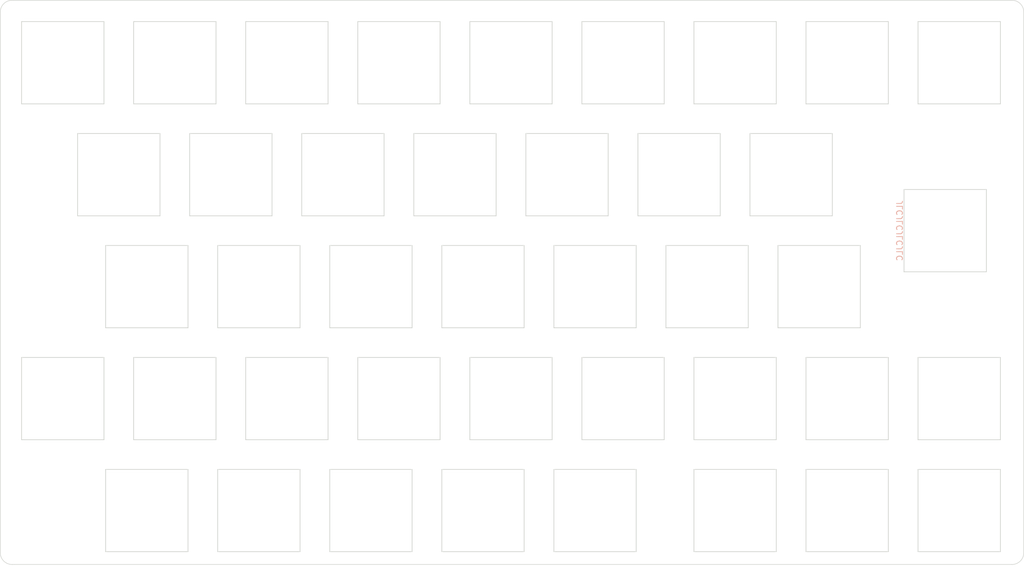
<source format=kicad_pcb>
(kicad_pcb (version 20221018) (generator pcbnew)
  (layers (0 "F.Cu" signal) (31 "B.Cu" signal) (34 "B.Paste" user) (35 "F.Paste" user) (36 "B.SilkS" user "B.Silkscreen") (37 "F.SilkS" user "F.Silkscreen") (38 "B.Mask" user) (39 "F.Mask" user) (44 "Edge.Cuts" user))
  (net 0 "")
  (footprint "foostan/kbd:SW_Hole" (layer "F.Cu") (at 104.775 47.625)
    (fp_text reference "SW5" hide)
    (fp_text value "SW_PUSH" hide)
    (fp_line (start -7 -7) (end -7 7) (stroke (width 0.12)) (layer "Edge.Cuts"))
    (fp_line (start -7 7) (end 7 7) (stroke (width 0.12)) (layer "Edge.Cuts"))
    (fp_line (start 7 -7) (end -7 -7) (stroke (width 0.12)) (layer "Edge.Cuts"))
    (fp_line (start 7 7) (end 7 -7) (stroke (width 0.12)) (layer "Edge.Cuts"))
  )
  (footprint "foostan/kbd:SW_Hole" (layer "F.Cu") (at 85.725 104.775)
    (fp_text reference "SW33" hide)
    (fp_text value "SW_PUSH" hide)
    (fp_line (start -7 -7) (end -7 7) (stroke (width 0.12)) (layer "Edge.Cuts"))
    (fp_line (start -7 7) (end 7 7) (stroke (width 0.12)) (layer "Edge.Cuts"))
    (fp_line (start 7 -7) (end -7 -7) (stroke (width 0.12)) (layer "Edge.Cuts"))
    (fp_line (start 7 7) (end 7 -7) (stroke (width 0.12)) (layer "Edge.Cuts"))
  )
  (footprint "foostan/kbd:SW_Hole" (layer "F.Cu") (at 161.925 104.775)
    (fp_text reference "SW37" hide)
    (fp_text value "SW_PUSH" hide)
    (fp_line (start -7 -7) (end -7 7) (stroke (width 0.12)) (layer "Edge.Cuts"))
    (fp_line (start -7 7) (end 7 7) (stroke (width 0.12)) (layer "Edge.Cuts"))
    (fp_line (start 7 -7) (end -7 -7) (stroke (width 0.12)) (layer "Edge.Cuts"))
    (fp_line (start 7 7) (end 7 -7) (stroke (width 0.12)) (layer "Edge.Cuts"))
  )
  (footprint "MountingHole:MountingHole_2.2mm_M2" (layer "F.Cu") (at 190.5 114.3)
    (fp_text reference "H8" hide)
    (fp_text value "MountingHole" hide)
    (pad "" np_thru_hole circle (at 0 0) (size 2.2 2.2) (drill 2.2) (layers "*.Cu" "*.Mask"))
  )
  (footprint "foostan/kbd:SW_Hole" (layer "F.Cu") (at 66.675 104.775)
    (fp_text reference "SW32" hide)
    (fp_text value "SW_PUSH" hide)
    (fp_line (start -7 -7) (end -7 7) (stroke (width 0.12)) (layer "Edge.Cuts"))
    (fp_line (start -7 7) (end 7 7) (stroke (width 0.12)) (layer "Edge.Cuts"))
    (fp_line (start 7 -7) (end -7 -7) (stroke (width 0.12)) (layer "Edge.Cuts"))
    (fp_line (start 7 7) (end 7 -7) (stroke (width 0.12)) (layer "Edge.Cuts"))
  )
  (footprint "foostan/kbd:SW_Hole" (layer "F.Cu") (at 200.025 123.825)
    (fp_text reference "SW49" hide)
    (fp_text value "SW_PUSH" hide)
    (fp_line (start -7 -7) (end -7 7) (stroke (width 0.12)) (layer "Edge.Cuts"))
    (fp_line (start -7 7) (end 7 7) (stroke (width 0.12)) (layer "Edge.Cuts"))
    (fp_line (start 7 -7) (end -7 -7) (stroke (width 0.12)) (layer "Edge.Cuts"))
    (fp_line (start 7 7) (end 7 -7) (stroke (width 0.12)) (layer "Edge.Cuts"))
  )
  (footprint "MountingHole:MountingHole_2.2mm_M2" (layer "F.Cu") (at 185.7375 76.2)
    (fp_text reference "H15" hide)
    (fp_text value "MountingHole" hide)
    (pad "" np_thru_hole circle (at 0 0) (size 2.2 2.2) (drill 2.2) (layers "*.Cu" "*.Mask"))
  )
  (footprint "MountingHole:MountingHole_2.2mm_M2" (layer "F.Cu") (at 147.6375 76.2)
    (fp_text reference "H13" hide)
    (fp_text value "MountingHole" hide)
    (pad "" np_thru_hole circle (at 0 0) (size 2.2 2.2) (drill 2.2) (layers "*.Cu" "*.Mask"))
  )
  (footprint "foostan/kbd:SW_Hole" (layer "F.Cu") (at 66.675 47.625)
    (fp_text reference "SW3" hide)
    (fp_text value "SW_PUSH" hide)
    (fp_line (start -7 -7) (end -7 7) (stroke (width 0.12)) (layer "Edge.Cuts"))
    (fp_line (start -7 7) (end 7 7) (stroke (width 0.12)) (layer "Edge.Cuts"))
    (fp_line (start 7 -7) (end -7 -7) (stroke (width 0.12)) (layer "Edge.Cuts"))
    (fp_line (start 7 7) (end 7 -7) (stroke (width 0.12)) (layer "Edge.Cuts"))
  )
  (footprint "foostan/kbd:SW_Hole" (layer "F.Cu") (at 123.825 47.625)
    (fp_text reference "SW6" hide)
    (fp_text value "SW_PUSH" hide)
    (fp_line (start -7 -7) (end -7 7) (stroke (width 0.12)) (layer "Edge.Cuts"))
    (fp_line (start -7 7) (end 7 7) (stroke (width 0.12)) (layer "Edge.Cuts"))
    (fp_line (start 7 -7) (end -7 -7) (stroke (width 0.12)) (layer "Edge.Cuts"))
    (fp_line (start 7 7) (end 7 -7) (stroke (width 0.12)) (layer "Edge.Cuts"))
  )
  (footprint "foostan/kbd:SW_Hole" (layer "F.Cu") (at 138.1125 123.825)
    (fp_text reference "SW46" hide)
    (fp_text value "SW_PUSH" hide)
    (fp_line (start -7 -7) (end -7 7) (stroke (width 0.12)) (layer "Edge.Cuts"))
    (fp_line (start -7 7) (end 7 7) (stroke (width 0.12)) (layer "Edge.Cuts"))
    (fp_line (start 7 -7) (end -7 -7) (stroke (width 0.12)) (layer "Edge.Cuts"))
    (fp_line (start 7 7) (end 7 -7) (stroke (width 0.12)) (layer "Edge.Cuts"))
  )
  (footprint "MountingHole:MountingHole_2.2mm_M2" (layer "F.Cu") (at 109.5375 95.25)
    (fp_text reference "H12" hide)
    (fp_text value "MountingHole" hide)
    (pad "" np_thru_hole circle (at 0 0) (size 2.2 2.2) (drill 2.2) (layers "*.Cu" "*.Mask"))
  )
  (footprint "foostan/kbd:SW_Hole" (layer "F.Cu") (at 119.0625 123.825)
    (fp_text reference "SW45" hide)
    (fp_text value "SW_PUSH" hide)
    (fp_line (start -7 -7) (end -7 7) (stroke (width 0.12)) (layer "Edge.Cuts"))
    (fp_line (start -7 7) (end 7 7) (stroke (width 0.12)) (layer "Edge.Cuts"))
    (fp_line (start 7 -7) (end -7 -7) (stroke (width 0.12)) (layer "Edge.Cuts"))
    (fp_line (start 7 7) (end 7 -7) (stroke (width 0.12)) (layer "Edge.Cuts"))
  )
  (footprint "foostan/kbd:SW_Hole" (layer "F.Cu") (at 152.4 66.675)
    (fp_text reference "SW17" hide)
    (fp_text value "SW_PUSH" hide)
    (fp_line (start -7 -7) (end -7 7) (stroke (width 0.12)) (layer "Edge.Cuts"))
    (fp_line (start -7 7) (end 7 7) (stroke (width 0.12)) (layer "Edge.Cuts"))
    (fp_line (start 7 -7) (end -7 -7) (stroke (width 0.12)) (layer "Edge.Cuts"))
    (fp_line (start 7 7) (end 7 -7) (stroke (width 0.12)) (layer "Edge.Cuts"))
  )
  (footprint "foostan/kbd:SW_Hole" (layer "F.Cu") (at 180.975 123.825)
    (fp_text reference "SW48" hide)
    (fp_text value "SW_PUSH" hide)
    (fp_line (start -7 -7) (end -7 7) (stroke (width 0.12)) (layer "Edge.Cuts"))
    (fp_line (start -7 7) (end 7 7) (stroke (width 0.12)) (layer "Edge.Cuts"))
    (fp_line (start 7 -7) (end -7 -7) (stroke (width 0.12)) (layer "Edge.Cuts"))
    (fp_line (start 7 7) (end 7 -7) (stroke (width 0.12)) (layer "Edge.Cuts"))
  )
  (footprint "MountingHole:MountingHole_2.2mm_M2" (layer "F.Cu") (at 71.4375 95.25)
    (fp_text reference "H10" hide)
    (fp_text value "MountingHole" hide)
    (pad "" np_thru_hole circle (at 0 0) (size 2.2 2.2) (drill 2.2) (layers "*.Cu" "*.Mask"))
  )
  (footprint "foostan/kbd:SW_Hole" (layer "F.Cu") (at 104.775 104.775)
    (fp_text reference "SW34" hide)
    (fp_text value "SW_PUSH" hide)
    (fp_line (start -7 -7) (end -7 7) (stroke (width 0.12)) (layer "Edge.Cuts"))
    (fp_line (start -7 7) (end 7 7) (stroke (width 0.12)) (layer "Edge.Cuts"))
    (fp_line (start 7 -7) (end -7 -7) (stroke (width 0.12)) (layer "Edge.Cuts"))
    (fp_line (start 7 7) (end 7 -7) (stroke (width 0.12)) (layer "Edge.Cuts"))
  )
  (footprint "foostan/kbd:SW_Hole" (layer "F.Cu") (at 95.25 66.675)
    (fp_text reference "SW14" hide)
    (fp_text value "SW_PUSH" hide)
    (fp_line (start -7 -7) (end -7 7) (stroke (width 0.12)) (layer "Edge.Cuts"))
    (fp_line (start -7 7) (end 7 7) (stroke (width 0.12)) (layer "Edge.Cuts"))
    (fp_line (start 7 -7) (end -7 -7) (stroke (width 0.12)) (layer "Edge.Cuts"))
    (fp_line (start 7 7) (end 7 -7) (stroke (width 0.12)) (layer "Edge.Cuts"))
  )
  (footprint "MountingHole:MountingHole_2.2mm_M2" (layer "F.Cu") (at 109.5375 114.3)
    (fp_text reference "H7" hide)
    (fp_text value "MountingHole" hide)
    (pad "" np_thru_hole circle (at 0 0) (size 2.2 2.2) (drill 2.2) (layers "*.Cu" "*.Mask"))
  )
  (footprint "foostan/kbd:SW_Hole" (layer "F.Cu") (at 161.925 47.625)
    (fp_text reference "SW8" hide)
    (fp_text value "SW_PUSH" hide)
    (fp_line (start -7 -7) (end -7 7) (stroke (width 0.12)) (layer "Edge.Cuts"))
    (fp_line (start -7 7) (end 7 7) (stroke (width 0.12)) (layer "Edge.Cuts"))
    (fp_line (start 7 -7) (end -7 -7) (stroke (width 0.12)) (layer "Edge.Cuts"))
    (fp_line (start 7 7) (end 7 -7) (stroke (width 0.12)) (layer "Edge.Cuts"))
  )
  (footprint "foostan/kbd:SW_Hole" (layer "F.Cu") (at 176.2125 85.725)
    (fp_text reference "SW28" hide)
    (fp_text value "SW_PUSH" hide)
    (fp_line (start -7 -7) (end -7 7) (stroke (width 0.12)) (layer "Edge.Cuts"))
    (fp_line (start -7 7) (end 7 7) (stroke (width 0.12)) (layer "Edge.Cuts"))
    (fp_line (start 7 -7) (end -7 -7) (stroke (width 0.12)) (layer "Edge.Cuts"))
    (fp_line (start 7 7) (end 7 -7) (stroke (width 0.12)) (layer "Edge.Cuts"))
  )
  (footprint "foostan/kbd:SW_Hole" (layer "F.Cu") (at 119.0625 85.725)
    (fp_text reference "SW25" hide)
    (fp_text value "SW_PUSH" hide)
    (fp_line (start -7 -7) (end -7 7) (stroke (width 0.12)) (layer "Edge.Cuts"))
    (fp_line (start -7 7) (end 7 7) (stroke (width 0.12)) (layer "Edge.Cuts"))
    (fp_line (start 7 -7) (end -7 -7) (stroke (width 0.12)) (layer "Edge.Cuts"))
    (fp_line (start 7 7) (end 7 -7) (stroke (width 0.12)) (layer "Edge.Cuts"))
  )
  (footprint "MountingHole:MountingHole_2.2mm_M2" (layer "F.Cu") (at 147.6375 114.3)
    (fp_text reference "H4" hide)
    (fp_text value "MountingHole" hide)
    (pad "" np_thru_hole circle (at 0 0) (size 2.2 2.2) (drill 2.2) (layers "*.Cu" "*.Mask"))
  )
  (footprint "foostan/kbd:SW_Hole" (layer "F.Cu") (at 123.825 104.775)
    (fp_text reference "SW35" hide)
    (fp_text value "SW_PUSH" hide)
    (fp_line (start -7 -7) (end -7 7) (stroke (width 0.12)) (layer "Edge.Cuts"))
    (fp_line (start -7 7) (end 7 7) (stroke (width 0.12)) (layer "Edge.Cuts"))
    (fp_line (start 7 -7) (end -7 -7) (stroke (width 0.12)) (layer "Edge.Cuts"))
    (fp_line (start 7 7) (end 7 -7) (stroke (width 0.12)) (layer "Edge.Cuts"))
  )
  (footprint "foostan/kbd:SW_Hole" (layer "F.Cu") (at 47.625 104.775)
    (fp_text reference "SW31" hide)
    (fp_text value "SW_PUSH" hide)
    (fp_line (start -7 -7) (end -7 7) (stroke (width 0.12)) (layer "Edge.Cuts"))
    (fp_line (start -7 7) (end 7 7) (stroke (width 0.12)) (layer "Edge.Cuts"))
    (fp_line (start 7 -7) (end -7 -7) (stroke (width 0.12)) (layer "Edge.Cuts"))
    (fp_line (start 7 7) (end 7 -7) (stroke (width 0.12)) (layer "Edge.Cuts"))
  )
  (footprint "MountingHole:MountingHole_2.2mm_M2" (layer "F.Cu") (at 57.15 57.15)
    (fp_text reference "H1" hide)
    (fp_text value "MountingHole" hide)
    (pad "" np_thru_hole circle (at 0 0) (size 2.2 2.2) (drill 2.2) (layers "*.Cu" "*.Mask"))
  )
  (footprint "foostan/kbd:SW_Hole" (layer "F.Cu") (at 61.9125 123.825)
    (fp_text reference "SW42" hide)
    (fp_text value "SW_PUSH" hide)
    (fp_line (start -7 -7) (end -7 7) (stroke (width 0.12)) (layer "Edge.Cuts"))
    (fp_line (start -7 7) (end 7 7) (stroke (width 0.12)) (layer "Edge.Cuts"))
    (fp_line (start 7 -7) (end -7 -7) (stroke (width 0.12)) (layer "Edge.Cuts"))
    (fp_line (start 7 7) (end 7 -7) (stroke (width 0.12)) (layer "Edge.Cuts"))
  )
  (footprint "foostan/kbd:SW_Hole" (layer "F.Cu") (at 114.3 66.675)
    (fp_text reference "SW15" hide)
    (fp_text value "SW_PUSH" hide)
    (fp_line (start -7 -7) (end -7 7) (stroke (width 0.12)) (layer "Edge.Cuts"))
    (fp_line (start -7 7) (end 7 7) (stroke (width 0.12)) (layer "Edge.Cuts"))
    (fp_line (start 7 -7) (end -7 -7) (stroke (width 0.12)) (layer "Edge.Cuts"))
    (fp_line (start 7 7) (end 7 -7) (stroke (width 0.12)) (layer "Edge.Cuts"))
  )
  (footprint "foostan/kbd:SW_Hole" (layer "F.Cu") (at 100.0125 123.825)
    (fp_text reference "SW44" hide)
    (fp_text value "SW_PUSH" hide)
    (fp_line (start -7 -7) (end -7 7) (stroke (width 0.12)) (layer "Edge.Cuts"))
    (fp_line (start -7 7) (end 7 7) (stroke (width 0.12)) (layer "Edge.Cuts"))
    (fp_line (start 7 -7) (end -7 -7) (stroke (width 0.12)) (layer "Edge.Cuts"))
    (fp_line (start 7 7) (end 7 -7) (stroke (width 0.12)) (layer "Edge.Cuts"))
  )
  (footprint "foostan/kbd:SW_Hole" (layer "F.Cu") (at 80.9625 123.825)
    (fp_text reference "SW43" hide)
    (fp_text value "SW_PUSH" hide)
    (fp_line (start -7 -7) (end -7 7) (stroke (width 0.12)) (layer "Edge.Cuts"))
    (fp_line (start -7 7) (end 7 7) (stroke (width 0.12)) (layer "Edge.Cuts"))
    (fp_line (start 7 -7) (end -7 -7) (stroke (width 0.12)) (layer "Edge.Cuts"))
    (fp_line (start 7 7) (end 7 -7) (stroke (width 0.12)) (layer "Edge.Cuts"))
  )
  (footprint "MountingHole:MountingHole_2.2mm_M2" (layer "F.Cu") (at 71.4375 76.2)
    (fp_text reference "H9" hide)
    (fp_text value "MountingHole" hide)
    (pad "" np_thru_hole circle (at 0 0) (size 2.2 2.2) (drill 2.2) (layers "*.Cu" "*.Mask"))
  )
  (footprint "foostan/kbd:SW_Hole" (layer "F.Cu") (at 57.15 66.675)
    (fp_text reference "SW12" hide)
    (fp_text value "SW_PUSH" hide)
    (fp_line (start -7 -7) (end -7 7) (stroke (width 0.12)) (layer "Edge.Cuts"))
    (fp_line (start -7 7) (end 7 7) (stroke (width 0.12)) (layer "Edge.Cuts"))
    (fp_line (start 7 -7) (end -7 -7) (stroke (width 0.12)) (layer "Edge.Cuts"))
    (fp_line (start 7 7) (end 7 -7) (stroke (width 0.12)) (layer "Edge.Cuts"))
  )
  (footprint "foostan/kbd:SW_Hole" (layer "F.Cu") (at 142.875 104.775)
    (fp_text reference "SW36" hide)
    (fp_text value "SW_PUSH" hide)
    (fp_line (start -7 -7) (end -7 7) (stroke (width 0.12)) (layer "Edge.Cuts"))
    (fp_line (start -7 7) (end 7 7) (stroke (width 0.12)) (layer "Edge.Cuts"))
    (fp_line (start 7 -7) (end -7 -7) (stroke (width 0.12)) (layer "Edge.Cuts"))
    (fp_line (start 7 7) (end 7 -7) (stroke (width 0.12)) (layer "Edge.Cuts"))
  )
  (footprint "MountingHole:MountingHole_2.2mm_M2" (layer "F.Cu") (at 133.35 57.15)
    (fp_text reference "H2" hide)
    (fp_text value "MountingHole" hide)
    (pad "" np_thru_hole circle (at 0 0) (size 2.2 2.2) (drill 2.2) (layers "*.Cu" "*.Mask"))
  )
  (footprint "MountingHole:MountingHole_2.2mm_M2" (layer "F.Cu") (at 171.45 57.15)
    (fp_text reference "H6" hide)
    (fp_text value "MountingHole" hide)
    (pad "" np_thru_hole circle (at 0 0) (size 2.2 2.2) (drill 2.2) (layers "*.Cu" "*.Mask"))
  )
  (footprint "foostan/kbd:SW_Hole" (layer "F.Cu") (at 200.025 104.775)
    (fp_text reference "SW39" hide)
    (fp_text value "SW_PUSH" hide)
    (fp_line (start -7 -7) (end -7 7) (stroke (width 0.12)) (layer "Edge.Cuts"))
    (fp_line (start -7 7) (end 7 7) (stroke (width 0.12)) (layer "Edge.Cuts"))
    (fp_line (start 7 -7) (end -7 -7) (stroke (width 0.12)) (layer "Edge.Cuts"))
    (fp_line (start 7 7) (end 7 -7) (stroke (width 0.12)) (layer "Edge.Cuts"))
  )
  (footprint "foostan/kbd:SW_Hole" (layer "F.Cu") (at 171.45 66.675)
    (fp_text reference "SW18" hide)
    (fp_text value "SW_PUSH" hide)
    (fp_line (start -7 -7) (end -7 7) (stroke (width 0.12)) (layer "Edge.Cuts"))
    (fp_line (start -7 7) (end 7 7) (stroke (width 0.12)) (layer "Edge.Cuts"))
    (fp_line (start 7 -7) (end -7 -7) (stroke (width 0.12)) (layer "Edge.Cuts"))
    (fp_line (start 7 7) (end 7 -7) (stroke (width 0.12)) (layer "Edge.Cuts"))
  )
  (footprint "foostan/kbd:SW_Hole" (layer "F.Cu") (at 161.925 123.825)
    (fp_text reference "SW47" hide)
    (fp_text value "SW_PUSH" hide)
    (fp_line (start -7 -7) (end -7 7) (stroke (width 0.12)) (layer "Edge.Cuts"))
    (fp_line (start -7 7) (end 7 7) (stroke (width 0.12)) (layer "Edge.Cuts"))
    (fp_line (start 7 -7) (end -7 -7) (stroke (width 0.12)) (layer "Edge.Cuts"))
    (fp_line (start 7 7) (end 7 -7) (stroke (width 0.12)) (layer "Edge.Cuts"))
  )
  (footprint "MountingHole:MountingHole_2.2mm_M2" (layer "F.Cu") (at 109.5375 76.2)
    (fp_text reference "H11" hide)
    (fp_text value "MountingHole" hide)
    (pad "" np_thru_hole circle (at 0 0) (size 2.2 2.2) (drill 2.2) (layers "*.Cu" "*.Mask"))
  )
  (footprint "MountingHole:MountingHole_2.2mm_M2" (layer "F.Cu") (at 185.7375 95.25)
    (fp_text reference "H16" hide)
    (fp_text value "MountingHole" hide)
    (pad "" np_thru_hole circle (at 0 0) (size 2.2 2.2) (drill 2.2) (layers "*.Cu" "*.Mask"))
  )
  (footprint "foostan/kbd:SW_Hole" (layer "F.Cu") (at 80.9625 85.725)
    (fp_text reference "SW23" hide)
    (fp_text value "SW_PUSH" hide)
    (fp_line (start -7 -7) (end -7 7) (stroke (width 0.12)) (layer "Edge.Cuts"))
    (fp_line (start -7 7) (end 7 7) (stroke (width 0.12)) (layer "Edge.Cuts"))
    (fp_line (start 7 -7) (end -7 -7) (stroke (width 0.12)) (layer "Edge.Cuts"))
    (fp_line (start 7 7) (end 7 -7) (stroke (width 0.12)) (layer "Edge.Cuts"))
  )
  (footprint "foostan/kbd:SW_Hole" (layer "F.Cu") (at 100.0125 85.725)
    (fp_text reference "SW24" hide)
    (fp_text value "SW_PUSH" hide)
    (fp_line (start -7 -7) (end -7 7) (stroke (width 0.12)) (layer "Edge.Cuts"))
    (fp_line (start -7 7) (end 7 7) (stroke (width 0.12)) (layer "Edge.Cuts"))
    (fp_line (start 7 -7) (end -7 -7) (stroke (width 0.12)) (layer "Edge.Cuts"))
    (fp_line (start 7 7) (end 7 -7) (stroke (width 0.12)) (layer "Edge.Cuts"))
  )
  (footprint "foostan/kbd:SW_Hole" (layer "F.Cu") (at 133.35 66.675)
    (fp_text reference "SW16" hide)
    (fp_text value "SW_PUSH" hide)
    (fp_line (start -7 -7) (end -7 7) (stroke (width 0.12)) (layer "Edge.Cuts"))
    (fp_line (start -7 7) (end 7 7) (stroke (width 0.12)) (layer "Edge.Cuts"))
    (fp_line (start 7 -7) (end -7 -7) (stroke (width 0.12)) (layer "Edge.Cuts"))
    (fp_line (start 7 7) (end 7 -7) (stroke (width 0.12)) (layer "Edge.Cuts"))
  )
  (footprint "foostan/kbd:SW_Hole" (layer "F.Cu") (at 138.1125 85.725)
    (fp_text reference "SW26" hide)
    (fp_text value "SW_PUSH" hide)
    (fp_line (start -7 -7) (end -7 7) (stroke (width 0.12)) (layer "Edge.Cuts"))
    (fp_line (start -7 7) (end 7 7) (stroke (width 0.12)) (layer "Edge.Cuts"))
    (fp_line (start 7 -7) (end -7 -7) (stroke (width 0.12)) (layer "Edge.Cuts"))
    (fp_line (start 7 7) (end 7 -7) (stroke (width 0.12)) (layer "Edge.Cuts"))
  )
  (footprint "foostan/kbd:SW_Hole" (layer "F.Cu") (at 180.975 47.625)
    (fp_text reference "SW9" hide)
    (fp_text value "SW_PUSH" hide)
    (fp_line (start -7 -7) (end -7 7) (stroke (width 0.12)) (layer "Edge.Cuts"))
    (fp_line (start -7 7) (end 7 7) (stroke (width 0.12)) (layer "Edge.Cuts"))
    (fp_line (start 7 -7) (end -7 -7) (stroke (width 0.12)) (layer "Edge.Cuts"))
    (fp_line (start 7 7) (end 7 -7) (stroke (width 0.12)) (layer "Edge.Cuts"))
  )
  (footprint "foostan/kbd:SW_Hole" (layer "F.Cu") (at 197.6438 76.2 -90)
    (fp_text reference "SW19" hide)
    (fp_text value "SW_PUSH" hide)
    (fp_line (start -7 -7) (end -7 7) (stroke (width 0.12)) (layer "Edge.Cuts"))
    (fp_line (start -7 7) (end 7 7) (stroke (width 0.12)) (layer "Edge.Cuts"))
    (fp_line (start 7 -7) (end -7 -7) (stroke (width 0.12)) (layer "Edge.Cuts"))
    (fp_line (start 7 7) (end 7 -7) (stroke (width 0.12)) (layer "Edge.Cuts"))
  )
  (footprint "foostan/kbd:SW_Hole" (layer "F.Cu") (at 200.025 47.625 90)
    (fp_text reference "SW10" hide)
    (fp_text value "SW_PUSH" hide)
    (fp_line (start -7 -7) (end -7 7) (stroke (width 0.12)) (layer "Edge.Cuts"))
    (fp_line (start -7 7) (end 7 7) (stroke (width 0.12)) (layer "Edge.Cuts"))
    (fp_line (start 7 -7) (end -7 -7) (stroke (width 0.12)) (layer "Edge.Cuts"))
    (fp_line (start 7 7) (end 7 -7) (stroke (width 0.12)) (layer "Edge.Cuts"))
  )
  (footprint "foostan/kbd:SW_Hole" (layer "F.Cu") (at 85.725 47.625)
    (fp_text reference "SW4" hide)
    (fp_text value "SW_PUSH" hide)
    (fp_line (start -7 -7) (end -7 7) (stroke (width 0.12)) (layer "Edge.Cuts"))
    (fp_line (start -7 7) (end 7 7) (stroke (width 0.12)) (layer "Edge.Cuts"))
    (fp_line (start 7 -7) (end -7 -7) (stroke (width 0.12)) (layer "Edge.Cuts"))
    (fp_line (start 7 7) (end 7 -7) (stroke (width 0.12)) (layer "Edge.Cuts"))
  )
  (footprint "MountingHole:MountingHole_2.2mm_M2" (layer "F.Cu") (at 147.6375 95.25)
    (fp_text reference "H14" hide)
    (fp_text value "MountingHole" hide)
    (pad "" np_thru_hole circle (at 0 0) (size 2.2 2.2) (drill 2.2) (layers "*.Cu" "*.Mask"))
  )
  (footprint "foostan/kbd:SW_Hole" (layer "F.Cu") (at 157.1625 85.725)
    (fp_text reference "SW27" hide)
    (fp_text value "SW_PUSH" hide)
    (fp_line (start -7 -7) (end -7 7) (stroke (width 0.12)) (layer "Edge.Cuts"))
    (fp_line (start -7 7) (end 7 7) (stroke (width 0.12)) (layer "Edge.Cuts"))
    (fp_line (start 7 -7) (end -7 -7) (stroke (width 0.12)) (layer "Edge.Cuts"))
    (fp_line (start 7 7) (end 7 -7) (stroke (width 0.12)) (layer "Edge.Cuts"))
  )
  (footprint "foostan/kbd:SW_Hole" (layer "F.Cu") (at 61.9125 85.725)
    (fp_text reference "SW22" hide)
    (fp_text value "SW_PUSH" hide)
    (fp_line (start -7 -7) (end -7 7) (stroke (width 0.12)) (layer "Edge.Cuts"))
    (fp_line (start -7 7) (end 7 7) (stroke (width 0.12)) (layer "Edge.Cuts"))
    (fp_line (start 7 -7) (end -7 -7) (stroke (width 0.12)) (layer "Edge.Cuts"))
    (fp_line (start 7 7) (end 7 -7) (stroke (width 0.12)) (layer "Edge.Cuts"))
  )
  (footprint "foostan/kbd:SW_Hole" (layer "F.Cu") (at 47.625 47.625 -90)
    (fp_text reference "SW2" hide)
    (fp_text value "SW_PUSH" hide)
    (fp_line (start -7 -7) (end -7 7) (stroke (width 0.12)) (layer "Edge.Cuts"))
    (fp_line (start -7 7) (end 7 7) (stroke (width 0.12)) (layer "Edge.Cuts"))
    (fp_line (start 7 -7) (end -7 -7) (stroke (width 0.12)) (layer "Edge.Cuts"))
    (fp_line (start 7 7) (end 7 -7) (stroke (width 0.12)) (layer "Edge.Cuts"))
  )
  (footprint "foostan/kbd:SW_Hole" (layer "F.Cu") (at 142.875 47.625)
    (fp_text reference "SW7" hide)
    (fp_text value "SW_PUSH" hide)
    (fp_line (start -7 -7) (end -7 7) (stroke (width 0.12)) (layer "Edge.Cuts"))
    (fp_line (start -7 7) (end 7 7) (stroke (width 0.12)) (layer "Edge.Cuts"))
    (fp_line (start 7 -7) (end -7 -7) (stroke (width 0.12)) (layer "Edge.Cuts"))
    (fp_line (start 7 7) (end 7 -7) (stroke (width 0.12)) (layer "Edge.Cuts"))
  )
  (footprint "foostan/kbd:SW_Hole" (layer "F.Cu") (at 76.2 66.675)
    (fp_text reference "SW13" hide)
    (fp_text value "SW_PUSH" hide)
    (fp_line (start -7 -7) (end -7 7) (stroke (width 0.12)) (layer "Edge.Cuts"))
    (fp_line (start -7 7) (end 7 7) (stroke (width 0.12)) (layer "Edge.Cuts"))
    (fp_line (start 7 -7) (end -7 -7) (stroke (width 0.12)) (layer "Edge.Cuts"))
    (fp_line (start 7 7) (end 7 -7) (stroke (width 0.12)) (layer "Edge.Cuts"))
  )
  (footprint "MountingHole:MountingHole_2.2mm_M2" (layer "F.Cu") (at 95.25 57.15)
    (fp_text reference "H5" hide)
    (fp_text value "MountingHole" hide)
    (pad "" np_thru_hole circle (at 0 0) (size 2.2 2.2) (drill 2.2) (layers "*.Cu" "*.Mask"))
  )
  (footprint "foostan/kbd:SW_Hole" (layer "F.Cu") (at 180.975 104.775)
    (fp_text reference "SW38" hide)
    (fp_text value "SW_PUSH" hide)
    (fp_line (start -7 -7) (end -7 7) (stroke (width 0.12)) (layer "Edge.Cuts"))
    (fp_line (start -7 7) (end 7 7) (stroke (width 0.12)) (layer "Edge.Cuts"))
    (fp_line (start 7 -7) (end -7 -7) (stroke (width 0.12)) (layer "Edge.Cuts"))
    (fp_line (start 7 7) (end 7 -7) (stroke (width 0.12)) (layer "Edge.Cuts"))
  )
  (footprint "MountingHole:MountingHole_2.2mm_M2" (layer "F.Cu") (at 71.4375 114.3)
    (fp_text reference "H3" hide)
    (fp_text value "MountingHole" hide)
    (pad "" np_thru_hole circle (at 0 0) (size 2.2 2.2) (drill 2.2) (layers "*.Cu" "*.Mask"))
  )
  (gr_line (start 39 133) (end 209 133) (stroke (width 0.1)) (layer "Edge.Cuts"))
  (gr_arc (start 209 37) (mid 210.414214 37.585786) (end 211 39) (stroke (width 0.1)) (layer "Edge.Cuts"))
  (gr_arc (start 37 39) (mid 37.585786 37.585786) (end 39 37) (stroke (width 0.1)) (layer "Edge.Cuts"))
  (gr_arc (start 211 131) (mid 210.414214 132.414214) (end 209 133) (stroke (width 0.1)) (layer "Edge.Cuts"))
  (gr_line (start 37 39) (end 37 131) (stroke (width 0.1)) (layer "Edge.Cuts"))
  (gr_line (start 209 37) (end 39 37) (stroke (width 0.1)) (layer "Edge.Cuts"))
  (gr_arc (start 39 133) (mid 37.585786 132.414214) (end 37 131) (stroke (width 0.1)) (layer "Edge.Cuts"))
  (gr_line (start 211 39) (end 211 131) (stroke (width 0.1)) (layer "Edge.Cuts"))
  (gr_text "JLCJLCJLCJLC" (at 190.5 76.2 90) (layer "B.SilkS") (effects (font (size 1 1)) (justify bottom mirror)))
)
</source>
